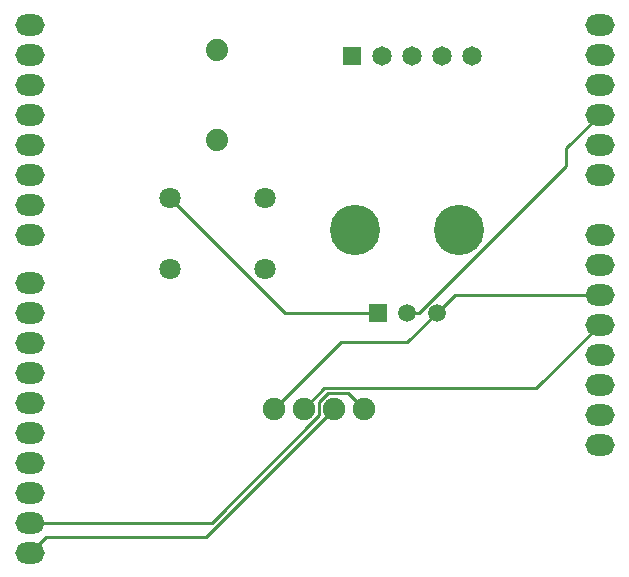
<source format=gtl>
G04 Layer: TopLayer*
G04 EasyEDA v6.5.50, 2025-07-31 09:17:27*
G04 a04e246fe33543dbb79078118b7d9401,9fc561ef3718428cb41126dab8e1c2a1,10*
G04 Gerber Generator version 0.2*
G04 Scale: 100 percent, Rotated: No, Reflected: No *
G04 Dimensions in millimeters *
G04 leading zeros omitted , absolute positions ,4 integer and 5 decimal *
%FSLAX45Y45*%
%MOMM*%

%ADD10C,0.2540*%
%ADD11O,2.4999949999999997X1.7999964*%
%ADD12R,1.5080X1.5080*%
%ADD13C,1.5080*%
%ADD14C,4.2601*%
%ADD15R,1.6500X1.6500*%
%ADD16C,1.6500*%
%ADD17C,1.9050*%
%ADD18C,1.8796*%
%ADD19C,1.8000*%
%ADD20C,0.0125*%

%LPD*%
D10*
X4123486Y-6464300D02*
G01*
X4224324Y-6464300D01*
X5467477Y-5221147D01*
X5467477Y-5074538D01*
X5753100Y-4788915D01*
X3754729Y-7278928D02*
G01*
X3625672Y-7149871D01*
X3450412Y-7149871D01*
X3377387Y-7222896D01*
X3377387Y-7333665D01*
X2467736Y-8243315D01*
X927100Y-8243315D01*
X3500729Y-7278928D02*
G01*
X2418257Y-8361400D01*
X1063015Y-8361400D01*
X927100Y-8497315D01*
X2114600Y-5493232D02*
G01*
X3085668Y-6464300D01*
X3873500Y-6464300D01*
X3246729Y-7278928D02*
G01*
X3418433Y-7107224D01*
X5212791Y-7107224D01*
X5753100Y-6566915D01*
X2992729Y-7278928D02*
G01*
X3559073Y-6712585D01*
X4125213Y-6712585D01*
X4373499Y-6464300D01*
X4373499Y-6464300D02*
G01*
X4524883Y-6312915D01*
X5753100Y-6312915D01*
D11*
G01*
X5753100Y-7328915D03*
G01*
X5753100Y-7074915D03*
G01*
X5753100Y-6820915D03*
G01*
X5753100Y-6566915D03*
G01*
X5753100Y-6312915D03*
G01*
X5753100Y-6058915D03*
G01*
X5753100Y-5804915D03*
G01*
X5753100Y-4026915D03*
G01*
X5753100Y-4280915D03*
G01*
X5753100Y-4534915D03*
G01*
X5753100Y-4788915D03*
G01*
X5753100Y-5042915D03*
G01*
X927100Y-7989315D03*
G01*
X927100Y-7735315D03*
G01*
X927100Y-7481315D03*
G01*
X927100Y-7227315D03*
G01*
X927100Y-6973315D03*
G01*
X927100Y-6719315D03*
G01*
X927100Y-6465315D03*
G01*
X927100Y-6211315D03*
G01*
X927100Y-5804915D03*
G01*
X927100Y-5550915D03*
G01*
X927100Y-5296915D03*
G01*
X927100Y-4026915D03*
G01*
X927100Y-4280915D03*
G01*
X927100Y-4534915D03*
G01*
X927100Y-4788915D03*
G01*
X5753100Y-5296915D03*
G01*
X927100Y-5042915D03*
G01*
X927100Y-8243315D03*
G01*
X927100Y-8497315D03*
G01*
X5753100Y-7582915D03*
D12*
G01*
X3873500Y-6464300D03*
D13*
G01*
X4123486Y-6464300D03*
G01*
X4373499Y-6464300D03*
D14*
G01*
X3683508Y-5764301D03*
G01*
X4563490Y-5764301D03*
D15*
G01*
X3659225Y-4292600D03*
D16*
G01*
X3913225Y-4292600D03*
G01*
X4167225Y-4292600D03*
G01*
X4421225Y-4292600D03*
G01*
X4675225Y-4292600D03*
D17*
G01*
X3754729Y-7278928D03*
G01*
X3500729Y-7278928D03*
G01*
X3246729Y-7278928D03*
G01*
X2992729Y-7278928D03*
D18*
G01*
X2514600Y-5003800D03*
G01*
X2514600Y-4241800D03*
D19*
G01*
X2914599Y-6093231D03*
G01*
X2114600Y-6093231D03*
G01*
X2914599Y-5493232D03*
G01*
X2114600Y-5493232D03*
M02*

</source>
